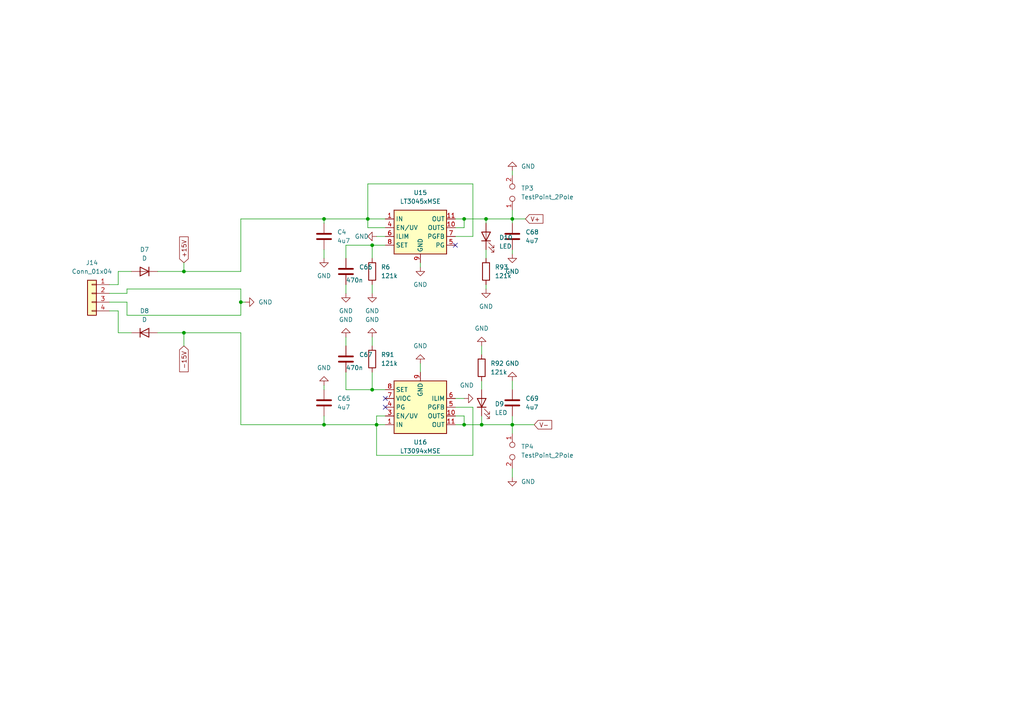
<source format=kicad_sch>
(kicad_sch (version 20250114) (generator "eeschema") (generator_version "9.0")
  (paper "A4")
  (lib_symbols
    (symbol "Connector:TestPoint_2Pole" (pin_names (offset 0.762) (hide yes))
      (property "Reference" "TP" (at 0 1.524 0))
      (property "Value" "TestPoint_2Pole" (at 0 -1.778 0))
      (symbol "TestPoint_2Pole_0_1"
        (circle (center -1.778 0) (radius 0.762))
        (circle (center 1.778 0) (radius 0.762))
        (pin passive line (at -5.08 0 0) (length 2.54) (name "1") (number "1"))
        (pin passive line (at 5.08 0 180) (length 2.54) (name "2") (number "2"))
      )
    )
    (symbol "Connector_Generic:Conn_01x04" (pin_names (offset 1.016) (hide yes))
      (property "Reference" "J" (at 0 5.08 0))
      (property "Value" "Conn_01x04" (at 0 -7.62 0))
      (symbol "Conn_01x04_1_1"
        (rectangle (start -1.27 3.81) (end 1.27 -6.35) (stroke (width 0.254)) (fill (type background)))
        (rectangle (start -1.27 2.667) (end 0 2.413) (stroke (width 0.1524)))
        (rectangle (start -1.27 0.127) (end 0 -0.127) (stroke (width 0.1524)))
        (rectangle (start -1.27 -2.413) (end 0 -2.667) (stroke (width 0.1524)))
        (rectangle (start -1.27 -4.953) (end 0 -5.207) (stroke (width 0.1524)))
        (pin passive line (at -5.08 2.54 0) (length 3.81) (name "Pin_1") (number "1"))
        (pin passive line (at -5.08 0 0) (length 3.81) (name "Pin_2") (number "2"))
        (pin passive line (at -5.08 -2.54 0) (length 3.81) (name "Pin_3") (number "3"))
        (pin passive line (at -5.08 -5.08 0) (length 3.81) (name "Pin_4") (number "4"))
      )
    )
    (symbol "Device:C" (pin_numbers (hide yes)) (pin_names (offset 0.254))
      (property "Reference" "C" (at 0.635 2.54 0))
      (property "Value" "C" (at 0.635 -2.54 0))
      (symbol "C_0_1"
        (polyline (pts (xy -2.032 0.762) (xy 2.032 0.762)) (stroke (width 0.508)))
        (polyline (pts (xy -2.032 -0.762) (xy 2.032 -0.762)) (stroke (width 0.508)))
      )
      (symbol "C_1_1"
        (pin passive line (at 0 3.81 270) (length 2.794) (name "~") (number "1"))
        (pin passive line (at 0 -3.81 90) (length 2.794) (name "~") (number "2"))
      )
    )
    (symbol "Device:D" (pin_numbers (hide yes)) (pin_names (offset 1.016) (hide yes))
      (property "Reference" "D" (at 0 2.54 0))
      (property "Value" "D" (at 0 -2.54 0))
      (symbol "D_0_1"
        (polyline (pts (xy -1.27 1.27) (xy -1.27 -1.27)) (stroke (width 0.254)))
        (polyline (pts (xy 1.27 1.27) (xy 1.27 -1.27) (xy -1.27 0) (xy 1.27 1.27)) (stroke (width 0.254)))
        (polyline (pts (xy 1.27 0) (xy -1.27 0)))
      )
      (symbol "D_1_1"
        (pin passive line (at -3.81 0 0) (length 2.54) (name "K") (number "1"))
        (pin passive line (at 3.81 0 180) (length 2.54) (name "A") (number "2"))
      )
    )
    (symbol "Device:LED" (pin_numbers (hide yes)) (pin_names (offset 1.016) (hide yes))
      (property "Reference" "D" (at 0 2.54 0))
      (property "Value" "LED" (at 0 -2.54 0))
      (symbol "LED_0_1"
        (polyline (pts (xy -3.048 -0.762) (xy -4.572 -2.286) (xy -3.81 -2.286) (xy -4.572 -2.286) (xy -4.572 -1.524)))
        (polyline (pts (xy -1.778 -0.762) (xy -3.302 -2.286) (xy -2.54 -2.286) (xy -3.302 -2.286) (xy -3.302 -1.524)))
        (polyline (pts (xy -1.27 0) (xy 1.27 0)))
        (polyline (pts (xy -1.27 -1.27) (xy -1.27 1.27)) (stroke (width 0.254)))
        (polyline (pts (xy 1.27 -1.27) (xy 1.27 1.27) (xy -1.27 0) (xy 1.27 -1.27)) (stroke (width 0.254)))
      )
      (symbol "LED_1_1"
        (pin passive line (at -3.81 0 0) (length 2.54) (name "K") (number "1"))
        (pin passive line (at 3.81 0 180) (length 2.54) (name "A") (number "2"))
      )
    )
    (symbol "Device:R" (pin_numbers (hide yes)) (pin_names (offset 0))
      (property "Reference" "R" (at 2.032 0 90))
      (property "Value" "R" (at 0 0 90))
      (symbol "R_0_1"
        (rectangle (start -1.016 -2.54) (end 1.016 2.54) (stroke (width 0.254)))
      )
      (symbol "R_1_1"
        (pin passive line (at 0 3.81 270) (length 1.27) (name "~") (number "1"))
        (pin passive line (at 0 -3.81 90) (length 1.27) (name "~") (number "2"))
      )
    )
    (symbol "Regulator_Linear:LT3045xMSE"
      (property "Reference" "U" (at -6.35 6.35 0))
      (property "Value" "LT3045xMSE" (at 1.27 6.35 0))
      (symbol "LT3045xMSE_0_1"
        (rectangle (start -7.62 5.08) (end 7.62 -7.62) (stroke (width 0.254)) (fill (type background)))
      )
      (symbol "LT3045xMSE_1_1"
        (pin power_in line (at -10.16 2.54 0) (length 2.54) (name "IN") (number "1"))
        (pin passive line (at -10.16 2.54 0) (length 2.54) (hide yes) (name "IN") (number "2"))
        (pin passive line (at -10.16 2.54 0) (length 2.54) (hide yes) (name "IN") (number "3"))
        (pin input line (at -10.16 0 0) (length 2.54) (name "EN/UV") (number "4"))
        (pin passive line (at -10.16 -2.54 0) (length 2.54) (name "ILIM") (number "6"))
        (pin passive line (at -10.16 -5.08 0) (length 2.54) (name "SET") (number "8"))
        (pin passive line (at 0 -10.16 90) (length 2.54) (hide yes) (name "GND") (number "13"))
        (pin power_in line (at 0 -10.16 90) (length 2.54) (name "GND") (number "9"))
        (pin power_out line (at 10.16 2.54 180) (length 2.54) (name "OUT") (number "11"))
        (pin passive line (at 10.16 2.54 180) (length 2.54) (hide yes) (name "OUT") (number "12"))
        (pin input line (at 10.16 0 180) (length 2.54) (name "OUTS") (number "10"))
        (pin input line (at 10.16 -2.54 180) (length 2.54) (name "PGFB") (number "7"))
        (pin open_collector line (at 10.16 -5.08 180) (length 2.54) (name "PG") (number "5"))
      )
    )
    (symbol "Regulator_Linear:LT3094xMSE"
      (property "Reference" "U" (at -6.35 8.89 0))
      (property "Value" "LT3094xMSE" (at 1.27 8.89 0))
      (symbol "LT3094xMSE_0_0"
        (pin passive line (at -10.16 5.08 0) (length 2.54) (hide yes) (name "IN") (number "13"))
        (pin passive line (at 10.16 5.08 180) (length 2.54) (hide yes) (name "OUT") (number "12"))
      )
      (symbol "LT3094xMSE_0_1"
        (rectangle (start 7.62 7.62) (end -7.62 -7.62) (stroke (width 0.254)) (fill (type background)))
      )
      (symbol "LT3094xMSE_1_1"
        (pin power_in line (at -10.16 5.08 0) (length 2.54) (name "IN") (number "1"))
        (pin passive line (at -10.16 5.08 0) (length 2.54) (hide yes) (name "IN") (number "2"))
        (pin input line (at -10.16 2.54 0) (length 2.54) (name "EN/UV") (number "3"))
        (pin open_collector line (at -10.16 0 0) (length 2.54) (name "PG") (number "4"))
        (pin passive line (at -10.16 -2.54 0) (length 2.54) (name "VIOC") (number "7"))
        (pin passive line (at -10.16 -5.08 0) (length 2.54) (name "SET") (number "8"))
        (pin power_in line (at 0 -10.16 90) (length 2.54) (name "GND") (number "9"))
        (pin power_out line (at 10.16 5.08 180) (length 2.54) (name "OUT") (number "11"))
        (pin input line (at 10.16 2.54 180) (length 2.54) (name "OUTS") (number "10"))
        (pin input line (at 10.16 0 180) (length 2.54) (name "PGFB") (number "5"))
        (pin passive line (at 10.16 -2.54 180) (length 2.54) (name "ILIM") (number "6"))
      )
    )
    (symbol "power:GND" (power) (pin_names (offset 0))
      (property "Value" "GND" (at 0 -3.81 0))
      (symbol "GND_0_1"
        (polyline (pts (xy 0 0) (xy 0 -1.27) (xy 1.27 -1.27) (xy 0 -2.54) (xy -1.27 -1.27) (xy 0 -1.27)))
      )
      (symbol "GND_1_1"
        (pin power_in line (at 0 0 270) (length 0) (hide yes) (name "GND") (number "1"))
      )
    )
  )
  (junction (at 93.98 123.19))
  (junction (at 93.98 63.5))
  (junction (at 53.34 96.52))
  (junction (at 134.62 63.5))
  (junction (at 107.95 71.12))
  (junction (at 53.34 78.74))
  (junction (at 140.97 63.5))
  (junction (at 134.62 123.19))
  (junction (at 69.85 87.63))
  (junction (at 109.22 123.19))
  (junction (at 106.68 63.5))
  (junction (at 107.95 113.03))
  (junction (at 148.59 63.5))
  (junction (at 139.7 123.19))
  (junction (at 148.59 123.19))
  (no_connect (at 111.76 118.11))
  (no_connect (at 111.76 115.57))
  (no_connect (at 132.08 71.12))
  (wire (pts (xy 134.62 120.65) (xy 134.62 123.19)))
  (wire (pts (xy 140.97 72.39) (xy 140.97 74.93)))
  (wire (pts (xy 69.85 78.74) (xy 69.85 63.5)))
  (wire (pts (xy 148.59 135.89) (xy 148.59 138.43)))
  (wire (pts (xy 132.08 115.57) (xy 134.62 115.57)))
  (wire (pts (xy 140.97 63.5) (xy 140.97 64.77)))
  (wire (pts (xy 106.68 53.34) (xy 106.68 63.5)))
  (wire (pts (xy 38.1 96.52) (xy 34.29 96.52)))
  (wire (pts (xy 137.16 53.34) (xy 106.68 53.34)))
  (wire (pts (xy 111.76 120.65) (xy 109.22 120.65)))
  (wire (pts (xy 38.1 78.74) (xy 34.29 78.74)))
  (wire (pts (xy 36.83 85.09) (xy 36.83 83.82)))
  (wire (pts (xy 111.76 113.03) (xy 107.95 113.03)))
  (wire (pts (xy 111.76 123.19) (xy 109.22 123.19)))
  (wire (pts (xy 93.98 120.65) (xy 93.98 123.19)))
  (wire (pts (xy 148.59 60.96) (xy 148.59 63.5)))
  (wire (pts (xy 69.85 87.63) (xy 71.12 87.63)))
  (wire (pts (xy 134.62 63.5) (xy 134.62 66.04)))
  (wire (pts (xy 45.72 96.52) (xy 53.34 96.52)))
  (wire (pts (xy 137.16 132.08) (xy 109.22 132.08)))
  (wire (pts (xy 139.7 120.65) (xy 139.7 123.19)))
  (wire (pts (xy 53.34 96.52) (xy 69.85 96.52)))
  (wire (pts (xy 36.83 91.44) (xy 69.85 91.44)))
  (wire (pts (xy 36.83 83.82) (xy 69.85 83.82)))
  (wire (pts (xy 134.62 123.19) (xy 139.7 123.19)))
  (wire (pts (xy 148.59 49.53) (xy 148.59 50.8)))
  (wire (pts (xy 36.83 87.63) (xy 31.75 87.63)))
  (wire (pts (xy 93.98 72.39) (xy 93.98 74.93)))
  (wire (pts (xy 53.34 76.2) (xy 53.34 78.74)))
  (wire (pts (xy 111.76 63.5) (xy 106.68 63.5)))
  (wire (pts (xy 137.16 68.58) (xy 137.16 53.34)))
  (wire (pts (xy 69.85 96.52) (xy 69.85 123.19)))
  (wire (pts (xy 31.75 90.17) (xy 34.29 90.17)))
  (wire (pts (xy 132.08 66.04) (xy 134.62 66.04)))
  (wire (pts (xy 107.95 82.55) (xy 107.95 85.09)))
  (wire (pts (xy 107.95 97.79) (xy 107.95 100.33)))
  (wire (pts (xy 107.95 71.12) (xy 100.33 71.12)))
  (wire (pts (xy 36.83 91.44) (xy 36.83 87.63)))
  (wire (pts (xy 100.33 71.12) (xy 100.33 74.93)))
  (wire (pts (xy 137.16 118.11) (xy 137.16 132.08)))
  (wire (pts (xy 139.7 100.33) (xy 139.7 102.87)))
  (wire (pts (xy 100.33 113.03) (xy 100.33 107.95)))
  (wire (pts (xy 31.75 85.09) (xy 36.83 85.09)))
  (wire (pts (xy 100.33 97.79) (xy 100.33 100.33)))
  (wire (pts (xy 34.29 82.55) (xy 31.75 82.55)))
  (wire (pts (xy 132.08 63.5) (xy 134.62 63.5)))
  (wire (pts (xy 148.59 63.5) (xy 148.59 64.77)))
  (wire (pts (xy 109.22 123.19) (xy 93.98 123.19)))
  (wire (pts (xy 107.95 107.95) (xy 107.95 113.03)))
  (wire (pts (xy 53.34 78.74) (xy 69.85 78.74)))
  (wire (pts (xy 132.08 68.58) (xy 137.16 68.58)))
  (wire (pts (xy 148.59 120.65) (xy 148.59 123.19)))
  (wire (pts (xy 148.59 123.19) (xy 154.94 123.19)))
  (wire (pts (xy 109.22 120.65) (xy 109.22 123.19)))
  (wire (pts (xy 107.95 113.03) (xy 100.33 113.03)))
  (wire (pts (xy 106.68 66.04) (xy 106.68 63.5)))
  (wire (pts (xy 69.85 123.19) (xy 93.98 123.19)))
  (wire (pts (xy 111.76 71.12) (xy 107.95 71.12)))
  (wire (pts (xy 121.92 107.95) (xy 121.92 105.41)))
  (wire (pts (xy 139.7 110.49) (xy 139.7 113.03)))
  (wire (pts (xy 69.85 91.44) (xy 69.85 87.63)))
  (wire (pts (xy 140.97 63.5) (xy 148.59 63.5)))
  (wire (pts (xy 139.7 123.19) (xy 148.59 123.19)))
  (wire (pts (xy 93.98 111.76) (xy 93.98 113.03)))
  (wire (pts (xy 148.59 72.39) (xy 148.59 73.66)))
  (wire (pts (xy 107.95 71.12) (xy 107.95 74.93)))
  (wire (pts (xy 100.33 82.55) (xy 100.33 85.09)))
  (wire (pts (xy 109.22 68.58) (xy 111.76 68.58)))
  (wire (pts (xy 132.08 120.65) (xy 134.62 120.65)))
  (wire (pts (xy 148.59 123.19) (xy 148.59 125.73)))
  (wire (pts (xy 111.76 66.04) (xy 106.68 66.04)))
  (wire (pts (xy 34.29 96.52) (xy 34.29 90.17)))
  (wire (pts (xy 140.97 82.55) (xy 140.97 83.82)))
  (wire (pts (xy 109.22 132.08) (xy 109.22 123.19)))
  (wire (pts (xy 121.92 76.2) (xy 121.92 77.47)))
  (wire (pts (xy 132.08 123.19) (xy 134.62 123.19)))
  (wire (pts (xy 148.59 110.49) (xy 148.59 113.03)))
  (wire (pts (xy 53.34 96.52) (xy 53.34 100.33)))
  (wire (pts (xy 106.68 63.5) (xy 93.98 63.5)))
  (wire (pts (xy 132.08 118.11) (xy 137.16 118.11)))
  (wire (pts (xy 134.62 63.5) (xy 140.97 63.5)))
  (wire (pts (xy 34.29 78.74) (xy 34.29 82.55)))
  (wire (pts (xy 69.85 63.5) (xy 93.98 63.5)))
  (wire (pts (xy 69.85 83.82) (xy 69.85 87.63)))
  (wire (pts (xy 93.98 63.5) (xy 93.98 64.77)))
  (wire (pts (xy 148.59 63.5) (xy 152.4 63.5)))
  (wire (pts (xy 45.72 78.74) (xy 53.34 78.74)))
  (global_label "+15V" (shape input) (at 53.34 76.2 90) (property "Intersheetrefs" "${INTERSHEET_REFS}" (effects (hide yes))))
  (global_label "-15V" (shape input) (at 53.34 100.33 270) (property "Intersheetrefs" "${INTERSHEET_REFS}" (effects (hide yes))))
  (global_label "V+" (shape input) (at 152.4 63.5 0) (property "Intersheetrefs" "${INTERSHEET_REFS}" (effects (hide yes))))
  (global_label "V-" (shape input) (at 154.94 123.19 0) (property "Intersheetrefs" "${INTERSHEET_REFS}" (effects (hide yes))))
  (symbol (lib_id "power:GND") (at 107.95 97.79 180) (unit 1)
    (property "Reference" "#PWR0182" (effects (hide yes)))
    (property "Value" "GND" (at 107.95 92.71 0))
  )
  (symbol (lib_id "Regulator_Linear:LT3094xMSE") (at 121.92 118.11 0) (mirror x) (unit 1)
    (property "Reference" "U16" (at 121.92 128.27 0))
    (property "Value" "LT3094xMSE" (at 121.92 130.81 0))
    (property "Footprint" "Package_SO:MSOP-12-1EP_3x4mm_P0.65mm_EP1.65x2.85mm" (effects (hide yes)))
    (property "Datasheet" "https://www.analog.com/media/en/technical-documentation/data-sheets/LT3094.pdf" (effects (hide yes)))
  )
  (symbol (lib_id "Device:R") (at 107.95 78.74 0) (unit 1)
    (property "Reference" "R6" (at 110.49 77.4699 0) (effects (justify left)))
    (property "Value" "121k" (at 110.49 80.0099 0) (effects (justify left)))
    (property "Footprint" "Resistor_SMD:R_0805_2012Metric" (effects (hide yes)))
  )
  (symbol (lib_id "power:GND") (at 71.12 87.63 90) (unit 1)
    (property "Reference" "#PWR0188" (effects (hide yes)))
    (property "Value" "GND" (at 74.93 87.6299 90) (effects (justify right)))
  )
  (symbol (lib_id "Device:R") (at 107.95 104.14 0) (unit 1)
    (property "Reference" "R91" (at 110.49 102.8699 0) (effects (justify left)))
    (property "Value" "121k" (at 110.49 105.4099 0) (effects (justify left)))
    (property "Footprint" "Resistor_SMD:R_0805_2012Metric" (effects (hide yes)))
  )
  (symbol (lib_id "Device:C") (at 148.59 68.58 0) (unit 1)
    (property "Reference" "C68" (at 152.4 67.3099 0) (effects (justify left)))
    (property "Value" "4u7" (at 152.4 69.8499 0) (effects (justify left)))
    (property "Footprint" "Capacitor_SMD:C_0805_2012Metric" (effects (hide yes)))
  )
  (symbol (lib_id "power:GND") (at 134.62 115.57 90) (unit 1)
    (property "Reference" "#PWR0186" (effects (hide yes)))
    (property "Value" "GND" (at 133.35 111.76 90) (effects (justify right)))
  )
  (symbol (lib_id "Device:C") (at 100.33 104.14 0) (unit 1)
    (property "Reference" "C67" (at 104.14 102.8699 0) (effects (justify left)))
    (property "Value" "470n" (at 100.33 106.68 0) (effects (justify left)))
    (property "Footprint" "Capacitor_SMD:C_0805_2012Metric" (effects (hide yes)))
  )
  (symbol (lib_id "Device:C") (at 148.59 116.84 0) (unit 1)
    (property "Reference" "C69" (at 152.4 115.5699 0) (effects (justify left)))
    (property "Value" "4u7" (at 152.4 118.1099 0) (effects (justify left)))
    (property "Footprint" "Capacitor_SMD:C_0805_2012Metric" (effects (hide yes)))
  )
  (symbol (lib_id "Device:R") (at 140.97 78.74 0) (unit 1)
    (property "Reference" "R93" (at 143.51 77.4699 0) (effects (justify left)))
    (property "Value" "121k" (at 143.51 80.0099 0) (effects (justify left)))
    (property "Footprint" "Resistor_SMD:R_0805_2012Metric" (effects (hide yes)))
  )
  (symbol (lib_id "power:GND") (at 100.33 85.09 0) (unit 1)
    (property "Reference" "#PWR0180" (effects (hide yes)))
    (property "Value" "GND" (at 100.33 90.17 0))
  )
  (symbol (lib_id "Device:C") (at 93.98 116.84 0) (unit 1)
    (property "Reference" "C65" (at 97.79 115.5699 0) (effects (justify left)))
    (property "Value" "4u7" (at 97.79 118.1099 0) (effects (justify left)))
    (property "Footprint" "Capacitor_SMD:C_0805_2012Metric" (effects (hide yes)))
  )
  (symbol (lib_id "Connector:TestPoint_2Pole") (at 148.59 130.81 270) (unit 1)
    (property "Reference" "TP4" (at 151.13 129.5399 90) (effects (justify left)))
    (property "Value" "TestPoint_2Pole" (at 151.13 132.0799 90) (effects (justify left)))
    (property "Footprint" "TestPoint:TestPoint_2Pads_Pitch2.54mm_Drill0.8mm" (effects (hide yes)))
  )
  (symbol (lib_id "power:GND") (at 148.59 110.49 180) (unit 1)
    (property "Reference" "#PWR0185" (effects (hide yes)))
    (property "Value" "GND" (at 148.59 105.41 0))
  )
  (symbol (lib_id "Device:D") (at 41.91 78.74 180) (unit 1)
    (property "Reference" "D7" (at 41.91 72.39 0))
    (property "Value" "D" (at 41.91 74.93 0))
    (property "Footprint" "Diode_SMD:D_SMB" (effects (hide yes)))
  )
  (symbol (lib_id "power:GND") (at 139.7 100.33 180) (unit 1)
    (property "Reference" "#PWR0192" (effects (hide yes)))
    (property "Value" "GND" (at 139.7 95.25 0))
  )
  (symbol (lib_id "power:GND") (at 148.59 49.53 180) (unit 1)
    (property "Reference" "#PWR0189" (effects (hide yes)))
    (property "Value" "GND" (at 151.13 48.2599 0) (effects (justify right)))
  )
  (symbol (lib_id "power:GND") (at 148.59 73.66 0) (unit 1)
    (property "Reference" "#PWR0105" (effects (hide yes)))
    (property "Value" "GND" (at 148.59 78.74 0))
  )
  (symbol (lib_id "Device:C") (at 100.33 78.74 0) (unit 1)
    (property "Reference" "C66" (at 104.14 77.4699 0) (effects (justify left)))
    (property "Value" "470n" (at 100.33 81.28 0) (effects (justify left)))
    (property "Footprint" "Capacitor_SMD:C_0805_2012Metric" (effects (hide yes)))
  )
  (symbol (lib_id "power:GND") (at 140.97 83.82 0) (unit 1)
    (property "Reference" "#PWR0190" (effects (hide yes)))
    (property "Value" "GND" (at 140.97 88.9 0))
  )
  (symbol (lib_id "power:GND") (at 107.95 85.09 0) (unit 1)
    (property "Reference" "#PWR0183" (effects (hide yes)))
    (property "Value" "GND" (at 107.95 90.17 0))
  )
  (symbol (lib_id "power:GND") (at 109.22 68.58 270) (unit 1)
    (property "Reference" "#PWR0114" (effects (hide yes)))
    (property "Value" "GND" (at 102.87 68.58 90) (effects (justify left)))
  )
  (symbol (lib_id "power:GND") (at 93.98 74.93 0) (unit 1)
    (property "Reference" "#PWR0178" (effects (hide yes)))
    (property "Value" "GND" (at 93.98 80.01 0))
  )
  (symbol (lib_id "Connector_Generic:Conn_01x04") (at 26.67 85.09 0) (mirror y) (unit 1)
    (property "Reference" "J14" (at 26.67 76.2 0))
    (property "Value" "Conn_01x04" (at 26.67 78.74 0))
    (property "Footprint" "TerminalBlock_TE-Connectivity:TerminalBlock_TE_282834-4_1x04_P2.54mm_Horizontal" (effects (hide yes)))
  )
  (symbol (lib_id "Device:LED") (at 140.97 68.58 90) (unit 1)
    (property "Reference" "D10" (at 144.78 68.8974 90) (effects (justify right)))
    (property "Value" "LED" (at 144.78 71.4374 90) (effects (justify right)))
    (property "Footprint" "LED_SMD:LED_0805_2012Metric" (effects (hide yes)))
  )
  (symbol (lib_id "power:GND") (at 121.92 77.47 0) (unit 1)
    (property "Reference" "#PWR0179" (effects (hide yes)))
    (property "Value" "GND" (at 121.92 82.55 0))
  )
  (symbol (lib_id "Regulator_Linear:LT3045xMSE") (at 121.92 66.04 0) (unit 1)
    (property "Reference" "U15" (at 121.92 55.88 0))
    (property "Value" "LT3045xMSE" (at 121.92 58.42 0))
    (property "Footprint" "Package_SO:MSOP-12-1EP_3x4mm_P0.65mm_EP1.65x2.85mm" (effects (hide yes)))
    (property "Datasheet" "https://www.analog.com/media/en/technical-documentation/data-sheets/3045fa.pdf" (effects (hide yes)))
  )
  (symbol (lib_id "power:GND") (at 121.92 105.41 180) (unit 1)
    (property "Reference" "#PWR0187" (effects (hide yes)))
    (property "Value" "GND" (at 121.92 100.33 0))
  )
  (symbol (lib_id "power:GND") (at 148.59 138.43 0) (unit 1)
    (property "Reference" "#PWR0191" (effects (hide yes)))
    (property "Value" "GND" (at 151.13 139.6999 0) (effects (justify left)))
  )
  (symbol (lib_id "Device:C") (at 93.98 68.58 0) (unit 1)
    (property "Reference" "C4" (at 97.79 67.3099 0) (effects (justify left)))
    (property "Value" "4u7" (at 97.79 69.8499 0) (effects (justify left)))
    (property "Footprint" "Capacitor_SMD:C_0805_2012Metric" (effects (hide yes)))
  )
  (symbol (lib_id "Device:R") (at 139.7 106.68 0) (unit 1)
    (property "Reference" "R92" (at 142.24 105.4099 0) (effects (justify left)))
    (property "Value" "121k" (at 142.24 107.9499 0) (effects (justify left)))
    (property "Footprint" "Resistor_SMD:R_0805_2012Metric" (effects (hide yes)))
  )
  (symbol (lib_id "Connector:TestPoint_2Pole") (at 148.59 55.88 90) (unit 1)
    (property "Reference" "TP3" (at 151.13 54.6099 90) (effects (justify right)))
    (property "Value" "TestPoint_2Pole" (at 151.13 57.1499 90) (effects (justify right)))
    (property "Footprint" "TestPoint:TestPoint_2Pads_Pitch2.54mm_Drill0.8mm" (effects (hide yes)))
  )
  (symbol (lib_id "power:GND") (at 100.33 97.79 180) (unit 1)
    (property "Reference" "#PWR0181" (effects (hide yes)))
    (property "Value" "GND" (at 100.33 92.71 0))
  )
  (symbol (lib_id "Device:LED") (at 139.7 116.84 90) (unit 1)
    (property "Reference" "D9" (at 143.51 117.1574 90) (effects (justify right)))
    (property "Value" "LED" (at 143.51 119.6974 90) (effects (justify right)))
    (property "Footprint" "LED_SMD:LED_0805_2012Metric" (effects (hide yes)))
  )
  (symbol (lib_id "power:GND") (at 93.98 111.76 180) (unit 1)
    (property "Reference" "#PWR0184" (effects (hide yes)))
    (property "Value" "GND" (at 93.98 106.68 0))
  )
  (symbol (lib_id "Device:D") (at 41.91 96.52 0) (unit 1)
    (property "Reference" "D8" (at 41.91 90.17 0))
    (property "Value" "D" (at 41.91 92.71 0))
    (property "Footprint" "Diode_SMD:D_SMB" (effects (hide yes)))
  )
)
</source>
